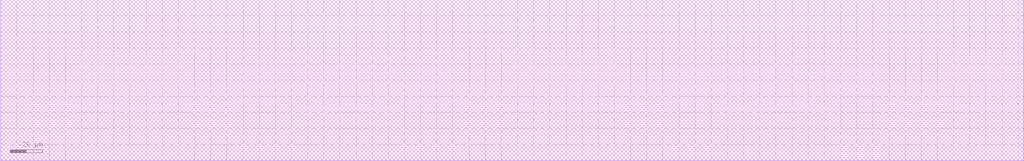
<source format=lef>
VERSION 5.7 ;
  NOWIREEXTENSIONATPIN ON ;
  DIVIDERCHAR "/" ;
  BUSBITCHARS "[]" ;
MACRO gf180mcu_ws_ip__iicqc
  CLASS BLOCK ;
  FOREIGN gf180mcu_ws_ip__iicqc ;
  ORIGIN 0.000 0.000 ;
  SIZE 633.33 BY 100.0 ;
  OBS
      LAYER Metal5 ;
        RECT 0.0 0.0 633.33 100.0 ;
  END
END gf180mcu_ws_ip__iicqc
END LIBRARY
</source>
